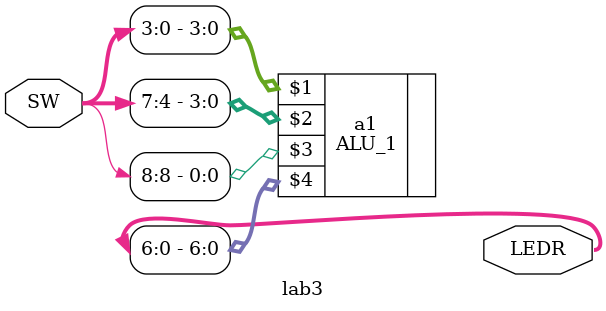
<source format=v>


module lab3(

	//////////// SW //////////
	input 		     [9:0]		SW,

	//////////// LED //////////
	output		     [9:0]		LEDR
);



//=======================================================
//  REG/WIRE declarations
//=======================================================

ALU_1 a1(SW[3:0], SW[7:4], SW[8], LEDR[6:0]);


//=======================================================
//  Structural coding
//=======================================================



endmodule

</source>
